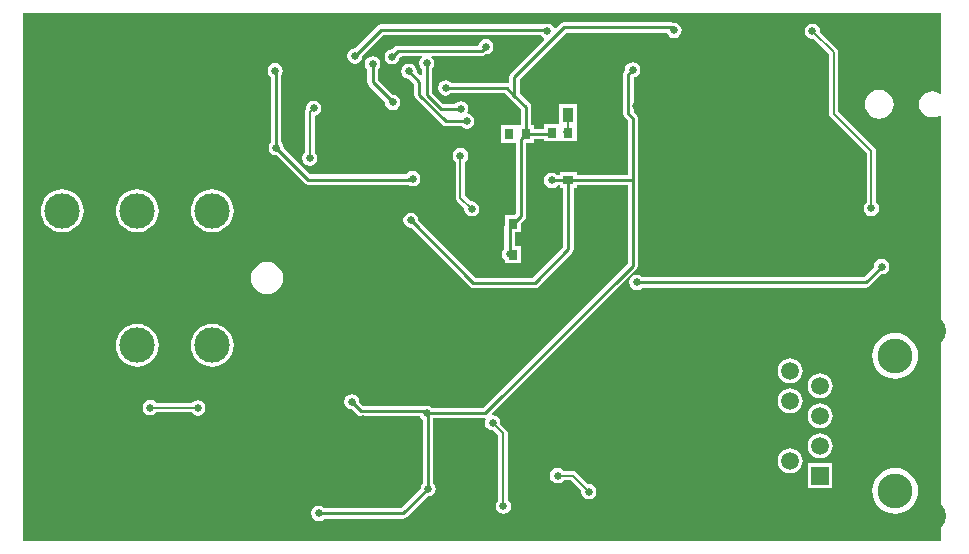
<source format=gbl>
%FSLAX23Y23*%
%MOIN*%
G70*
G01*
G75*
G04 Layer_Physical_Order=2*
G04 Layer_Color=16711680*
%ADD10R,0.155X0.125*%
%ADD11R,0.033X0.031*%
%ADD12R,0.031X0.033*%
%ADD13R,0.043X0.055*%
%ADD14R,0.035X0.049*%
%ADD15R,0.049X0.035*%
%ADD16R,0.031X0.118*%
%ADD17R,0.118X0.031*%
%ADD18R,0.071X0.094*%
%ADD19R,0.125X0.050*%
%ADD20R,0.079X0.024*%
%ADD21R,0.094X0.110*%
%ADD22R,0.024X0.033*%
%ADD23R,0.083X0.130*%
%ADD24R,0.083X0.035*%
%ADD25R,0.120X0.050*%
%ADD26R,0.041X0.010*%
%ADD27R,0.081X0.024*%
%ADD28R,0.055X0.043*%
%ADD29R,0.033X0.024*%
%ADD30C,0.007*%
%ADD31C,0.010*%
%ADD32C,0.020*%
%ADD33C,0.050*%
%ADD34C,0.030*%
%ADD35C,0.118*%
%ADD36C,0.116*%
%ADD37C,0.059*%
%ADD38R,0.059X0.059*%
%ADD39C,0.100*%
%ADD40C,0.026*%
G36*
X3100Y-367D02*
X3096Y-370D01*
X3093Y-368D01*
X3082Y-363D01*
X3071Y-362D01*
X3060Y-363D01*
X3049Y-368D01*
X3040Y-374D01*
X3033Y-384D01*
X3028Y-394D01*
X3027Y-406D01*
X3028Y-417D01*
X3033Y-427D01*
X3040Y-437D01*
X3049Y-444D01*
X3060Y-448D01*
X3071Y-449D01*
X3082Y-448D01*
X3093Y-444D01*
X3096Y-441D01*
X3100Y-444D01*
Y-1860D01*
X40D01*
Y-100D01*
X3100D01*
Y-367D01*
D02*
G37*
%LPC*%
G36*
X2597Y-1252D02*
X2586Y-1253D01*
X2576Y-1257D01*
X2567Y-1264D01*
X2560Y-1273D01*
X2556Y-1283D01*
X2555Y-1294D01*
X2556Y-1304D01*
X2560Y-1314D01*
X2567Y-1323D01*
X2576Y-1330D01*
X2586Y-1334D01*
X2597Y-1335D01*
X2607Y-1334D01*
X2618Y-1330D01*
X2626Y-1323D01*
X2633Y-1314D01*
X2637Y-1304D01*
X2639Y-1294D01*
X2637Y-1283D01*
X2633Y-1273D01*
X2626Y-1264D01*
X2618Y-1257D01*
X2607Y-1253D01*
X2597Y-1252D01*
D02*
G37*
G36*
Y-1352D02*
X2586Y-1353D01*
X2576Y-1357D01*
X2567Y-1364D01*
X2560Y-1373D01*
X2556Y-1383D01*
X2555Y-1394D01*
X2556Y-1404D01*
X2560Y-1414D01*
X2567Y-1423D01*
X2576Y-1430D01*
X2586Y-1434D01*
X2597Y-1435D01*
X2607Y-1434D01*
X2618Y-1430D01*
X2626Y-1423D01*
X2633Y-1414D01*
X2637Y-1404D01*
X2639Y-1394D01*
X2637Y-1383D01*
X2633Y-1373D01*
X2626Y-1364D01*
X2618Y-1357D01*
X2607Y-1353D01*
X2597Y-1352D01*
D02*
G37*
G36*
X2697Y-1302D02*
X2686Y-1303D01*
X2676Y-1307D01*
X2667Y-1314D01*
X2660Y-1323D01*
X2656Y-1333D01*
X2655Y-1344D01*
X2656Y-1354D01*
X2660Y-1364D01*
X2667Y-1373D01*
X2676Y-1380D01*
X2686Y-1384D01*
X2697Y-1385D01*
X2707Y-1384D01*
X2718Y-1380D01*
X2726Y-1373D01*
X2733Y-1364D01*
X2737Y-1354D01*
X2739Y-1344D01*
X2737Y-1333D01*
X2733Y-1323D01*
X2726Y-1314D01*
X2718Y-1307D01*
X2707Y-1303D01*
X2697Y-1302D01*
D02*
G37*
G36*
X671Y-1137D02*
X657Y-1139D01*
X643Y-1143D01*
X631Y-1149D01*
X620Y-1158D01*
X611Y-1169D01*
X605Y-1181D01*
X601Y-1195D01*
X599Y-1209D01*
X601Y-1223D01*
X605Y-1236D01*
X611Y-1248D01*
X620Y-1259D01*
X631Y-1268D01*
X643Y-1275D01*
X657Y-1279D01*
X671Y-1280D01*
X685Y-1279D01*
X698Y-1275D01*
X710Y-1268D01*
X721Y-1259D01*
X730Y-1248D01*
X737Y-1236D01*
X741Y-1223D01*
X742Y-1209D01*
X741Y-1195D01*
X737Y-1181D01*
X730Y-1169D01*
X721Y-1158D01*
X710Y-1149D01*
X698Y-1143D01*
X685Y-1139D01*
X671Y-1137D01*
D02*
G37*
G36*
X421D02*
X407Y-1139D01*
X393Y-1143D01*
X381Y-1149D01*
X370Y-1158D01*
X361Y-1169D01*
X355Y-1181D01*
X351Y-1195D01*
X349Y-1209D01*
X351Y-1223D01*
X355Y-1236D01*
X361Y-1248D01*
X370Y-1259D01*
X381Y-1268D01*
X393Y-1275D01*
X407Y-1279D01*
X421Y-1280D01*
X435Y-1279D01*
X448Y-1275D01*
X460Y-1268D01*
X471Y-1259D01*
X480Y-1248D01*
X487Y-1236D01*
X491Y-1223D01*
X492Y-1209D01*
X491Y-1195D01*
X487Y-1181D01*
X480Y-1169D01*
X471Y-1158D01*
X460Y-1149D01*
X448Y-1143D01*
X435Y-1139D01*
X421Y-1137D01*
D02*
G37*
G36*
X2947Y-1167D02*
X2932Y-1169D01*
X2917Y-1173D01*
X2904Y-1180D01*
X2893Y-1190D01*
X2883Y-1201D01*
X2876Y-1214D01*
X2872Y-1229D01*
X2870Y-1244D01*
X2872Y-1258D01*
X2876Y-1273D01*
X2883Y-1286D01*
X2893Y-1297D01*
X2904Y-1307D01*
X2917Y-1314D01*
X2932Y-1318D01*
X2947Y-1320D01*
X2962Y-1318D01*
X2976Y-1314D01*
X2989Y-1307D01*
X3001Y-1297D01*
X3010Y-1286D01*
X3017Y-1273D01*
X3022Y-1258D01*
X3023Y-1244D01*
X3022Y-1229D01*
X3017Y-1214D01*
X3010Y-1201D01*
X3001Y-1190D01*
X2989Y-1180D01*
X2976Y-1173D01*
X2962Y-1169D01*
X2947Y-1167D01*
D02*
G37*
G36*
X464Y-1391D02*
X454Y-1392D01*
X446Y-1398D01*
X440Y-1406D01*
X439Y-1416D01*
X440Y-1426D01*
X446Y-1434D01*
X454Y-1440D01*
X464Y-1441D01*
X474Y-1440D01*
X482Y-1434D01*
X484Y-1432D01*
X602D01*
X604Y-1435D01*
X612Y-1441D01*
X622Y-1443D01*
X632Y-1441D01*
X640Y-1435D01*
X646Y-1427D01*
X648Y-1417D01*
X646Y-1408D01*
X640Y-1399D01*
X632Y-1394D01*
X622Y-1392D01*
X612Y-1394D01*
X604Y-1399D01*
X603Y-1400D01*
X484D01*
X482Y-1398D01*
X474Y-1392D01*
X464Y-1391D01*
D02*
G37*
G36*
X2738Y-1602D02*
X2655D01*
Y-1685D01*
X2738D01*
Y-1602D01*
D02*
G37*
G36*
X1822Y-1618D02*
X1812Y-1619D01*
X1804Y-1625D01*
X1798Y-1633D01*
X1797Y-1643D01*
X1798Y-1653D01*
X1804Y-1661D01*
X1812Y-1667D01*
X1822Y-1668D01*
X1832Y-1667D01*
X1840Y-1661D01*
X1842Y-1659D01*
X1866D01*
X1901Y-1693D01*
X1901Y-1696D01*
X1902Y-1706D01*
X1908Y-1714D01*
X1916Y-1720D01*
X1926Y-1721D01*
X1936Y-1720D01*
X1944Y-1714D01*
X1950Y-1706D01*
X1951Y-1696D01*
X1950Y-1686D01*
X1944Y-1678D01*
X1936Y-1672D01*
X1926Y-1671D01*
X1923Y-1671D01*
X1884Y-1632D01*
X1879Y-1628D01*
X1873Y-1627D01*
X1842D01*
X1840Y-1625D01*
X1832Y-1619D01*
X1822Y-1618D01*
D02*
G37*
G36*
X2947Y-1617D02*
X2932Y-1619D01*
X2917Y-1623D01*
X2904Y-1630D01*
X2893Y-1640D01*
X2883Y-1651D01*
X2876Y-1664D01*
X2872Y-1679D01*
X2870Y-1694D01*
X2872Y-1708D01*
X2876Y-1723D01*
X2883Y-1736D01*
X2893Y-1747D01*
X2904Y-1757D01*
X2917Y-1764D01*
X2932Y-1768D01*
X2947Y-1770D01*
X2962Y-1768D01*
X2976Y-1764D01*
X2989Y-1757D01*
X3001Y-1747D01*
X3010Y-1736D01*
X3017Y-1723D01*
X3022Y-1708D01*
X3023Y-1694D01*
X3022Y-1679D01*
X3017Y-1664D01*
X3010Y-1651D01*
X3001Y-1640D01*
X2989Y-1630D01*
X2976Y-1623D01*
X2962Y-1619D01*
X2947Y-1617D01*
D02*
G37*
G36*
X2697Y-1402D02*
X2686Y-1403D01*
X2676Y-1407D01*
X2667Y-1414D01*
X2660Y-1423D01*
X2656Y-1433D01*
X2655Y-1444D01*
X2656Y-1454D01*
X2660Y-1464D01*
X2667Y-1473D01*
X2676Y-1480D01*
X2686Y-1484D01*
X2697Y-1485D01*
X2707Y-1484D01*
X2718Y-1480D01*
X2726Y-1473D01*
X2733Y-1464D01*
X2737Y-1454D01*
X2739Y-1444D01*
X2737Y-1433D01*
X2733Y-1423D01*
X2726Y-1414D01*
X2718Y-1407D01*
X2707Y-1403D01*
X2697Y-1402D01*
D02*
G37*
G36*
Y-1502D02*
X2686Y-1503D01*
X2676Y-1507D01*
X2667Y-1514D01*
X2660Y-1523D01*
X2656Y-1533D01*
X2655Y-1544D01*
X2656Y-1554D01*
X2660Y-1564D01*
X2667Y-1573D01*
X2676Y-1580D01*
X2686Y-1584D01*
X2697Y-1585D01*
X2707Y-1584D01*
X2718Y-1580D01*
X2726Y-1573D01*
X2733Y-1564D01*
X2737Y-1554D01*
X2739Y-1544D01*
X2737Y-1533D01*
X2733Y-1523D01*
X2726Y-1514D01*
X2718Y-1507D01*
X2707Y-1503D01*
X2697Y-1502D01*
D02*
G37*
G36*
X2597Y-1552D02*
X2586Y-1553D01*
X2576Y-1557D01*
X2567Y-1564D01*
X2560Y-1573D01*
X2556Y-1583D01*
X2555Y-1594D01*
X2556Y-1604D01*
X2560Y-1614D01*
X2567Y-1623D01*
X2576Y-1630D01*
X2586Y-1634D01*
X2597Y-1635D01*
X2607Y-1634D01*
X2618Y-1630D01*
X2626Y-1623D01*
X2633Y-1614D01*
X2637Y-1604D01*
X2639Y-1594D01*
X2637Y-1583D01*
X2633Y-1573D01*
X2626Y-1564D01*
X2618Y-1557D01*
X2607Y-1553D01*
X2597Y-1552D01*
D02*
G37*
G36*
X853Y-930D02*
X839Y-932D01*
X826Y-938D01*
X815Y-946D01*
X806Y-957D01*
X801Y-970D01*
X799Y-984D01*
X801Y-998D01*
X806Y-1011D01*
X815Y-1022D01*
X826Y-1031D01*
X839Y-1036D01*
X853Y-1038D01*
X867Y-1036D01*
X880Y-1031D01*
X891Y-1022D01*
X900Y-1011D01*
X905Y-998D01*
X907Y-984D01*
X905Y-970D01*
X900Y-957D01*
X891Y-946D01*
X880Y-938D01*
X867Y-932D01*
X853Y-930D01*
D02*
G37*
G36*
X2894Y-358D02*
X2881Y-359D01*
X2870Y-364D01*
X2860Y-372D01*
X2852Y-382D01*
X2847Y-393D01*
X2846Y-406D01*
X2847Y-418D01*
X2852Y-429D01*
X2860Y-439D01*
X2870Y-447D01*
X2881Y-452D01*
X2894Y-453D01*
X2906Y-452D01*
X2918Y-447D01*
X2928Y-439D01*
X2935Y-429D01*
X2940Y-418D01*
X2942Y-406D01*
X2940Y-393D01*
X2935Y-382D01*
X2928Y-372D01*
X2918Y-364D01*
X2906Y-359D01*
X2894Y-358D01*
D02*
G37*
G36*
X1009Y-393D02*
X999Y-394D01*
X991Y-400D01*
X985Y-408D01*
X984Y-418D01*
X984Y-421D01*
X981Y-425D01*
X980Y-431D01*
Y-565D01*
X978Y-567D01*
X972Y-575D01*
X971Y-585D01*
X972Y-595D01*
X978Y-603D01*
X986Y-609D01*
X996Y-610D01*
X1006Y-609D01*
X1014Y-603D01*
X1020Y-595D01*
X1021Y-585D01*
X1020Y-575D01*
X1014Y-567D01*
X1012Y-565D01*
Y-443D01*
X1019Y-442D01*
X1027Y-436D01*
X1033Y-428D01*
X1034Y-418D01*
X1033Y-408D01*
X1027Y-400D01*
X1019Y-394D01*
X1009Y-393D01*
D02*
G37*
G36*
X2072Y-265D02*
X2062Y-266D01*
X2054Y-272D01*
X2048Y-280D01*
X2047Y-290D01*
X2047Y-291D01*
X2046Y-292D01*
X2042Y-297D01*
X2041Y-304D01*
Y-437D01*
X2042Y-444D01*
X2046Y-449D01*
X2055Y-458D01*
Y-640D01*
X1887D01*
Y-630D01*
X1830D01*
Y-640D01*
X1819D01*
X1812Y-635D01*
X1802Y-634D01*
X1792Y-635D01*
X1784Y-641D01*
X1778Y-649D01*
X1777Y-659D01*
X1778Y-669D01*
X1784Y-677D01*
X1792Y-683D01*
X1802Y-684D01*
X1812Y-683D01*
X1820Y-677D01*
X1822Y-675D01*
X1830D01*
Y-685D01*
X1841D01*
Y-882D01*
X1740Y-983D01*
X1549D01*
X1358Y-792D01*
X1358Y-791D01*
X1356Y-782D01*
X1351Y-773D01*
X1342Y-768D01*
X1333Y-766D01*
X1323Y-768D01*
X1315Y-773D01*
X1309Y-782D01*
X1307Y-791D01*
X1309Y-801D01*
X1315Y-809D01*
X1323Y-815D01*
X1333Y-817D01*
X1333Y-817D01*
X1529Y-1012D01*
X1529D01*
X1529Y-1012D01*
X1529Y-1012D01*
Y-1012D01*
X1535Y-1016D01*
X1541Y-1017D01*
X1747D01*
X1754Y-1016D01*
X1759Y-1012D01*
X1871Y-901D01*
X1871Y-901D01*
X1871Y-901D01*
X1874Y-895D01*
X1876Y-889D01*
Y-685D01*
X1887D01*
Y-675D01*
X2055D01*
Y-936D01*
X1573Y-1418D01*
X1403D01*
X1403Y-1417D01*
X1395Y-1411D01*
X1385Y-1410D01*
X1379Y-1411D01*
X1378Y-1411D01*
X1174D01*
X1161Y-1397D01*
X1161Y-1397D01*
X1159Y-1387D01*
X1154Y-1379D01*
X1146Y-1373D01*
X1136Y-1371D01*
X1126Y-1373D01*
X1118Y-1379D01*
X1112Y-1387D01*
X1110Y-1397D01*
X1112Y-1406D01*
X1118Y-1415D01*
X1126Y-1420D01*
X1136Y-1422D01*
X1137Y-1422D01*
X1155Y-1440D01*
X1155Y-1440D01*
X1161Y-1444D01*
X1167Y-1445D01*
X1362D01*
X1367Y-1453D01*
X1373Y-1457D01*
Y-1668D01*
X1372Y-1668D01*
X1366Y-1676D01*
X1365Y-1686D01*
X1365Y-1687D01*
X1300Y-1752D01*
X1044D01*
X1044Y-1751D01*
X1036Y-1745D01*
X1026Y-1744D01*
X1016Y-1745D01*
X1008Y-1751D01*
X1002Y-1759D01*
X1001Y-1769D01*
X1002Y-1779D01*
X1008Y-1787D01*
X1016Y-1793D01*
X1026Y-1794D01*
X1036Y-1793D01*
X1044Y-1787D01*
X1044Y-1786D01*
X1307D01*
X1314Y-1785D01*
X1319Y-1781D01*
X1319Y-1781D01*
X1319Y-1781D01*
X1389Y-1711D01*
X1390Y-1711D01*
X1400Y-1710D01*
X1408Y-1704D01*
X1414Y-1696D01*
X1415Y-1686D01*
X1414Y-1676D01*
X1408Y-1668D01*
X1407Y-1668D01*
Y-1452D01*
X1579D01*
X1582Y-1457D01*
X1581Y-1457D01*
X1580Y-1467D01*
X1581Y-1477D01*
X1587Y-1485D01*
X1595Y-1491D01*
X1605Y-1492D01*
X1608Y-1492D01*
X1624Y-1509D01*
Y-1727D01*
X1623Y-1727D01*
X1618Y-1736D01*
X1616Y-1745D01*
X1618Y-1755D01*
X1623Y-1763D01*
X1632Y-1769D01*
X1641Y-1771D01*
X1651Y-1769D01*
X1659Y-1763D01*
X1665Y-1755D01*
X1667Y-1745D01*
X1665Y-1736D01*
X1659Y-1727D01*
X1656Y-1725D01*
Y-1502D01*
X1655Y-1496D01*
X1651Y-1491D01*
X1630Y-1470D01*
X1630Y-1467D01*
X1629Y-1457D01*
X1623Y-1449D01*
X1615Y-1443D01*
X1605Y-1442D01*
X1605Y-1442D01*
X1602Y-1437D01*
X2084Y-955D01*
X2088Y-950D01*
X2089Y-943D01*
X2089Y-943D01*
X2089Y-943D01*
Y-943D01*
Y-451D01*
X2088Y-444D01*
X2084Y-439D01*
X2075Y-430D01*
Y-315D01*
X2082Y-314D01*
X2090Y-308D01*
X2096Y-300D01*
X2097Y-290D01*
X2096Y-280D01*
X2090Y-272D01*
X2082Y-266D01*
X2072Y-265D01*
D02*
G37*
G36*
X2200Y-132D02*
X1843D01*
X1836Y-133D01*
X1831Y-137D01*
X1816Y-152D01*
X1811Y-151D01*
X1806Y-144D01*
X1798Y-138D01*
X1788Y-137D01*
X1778Y-138D01*
X1778Y-139D01*
X1233D01*
X1233Y-139D01*
X1227Y-140D01*
X1221Y-144D01*
X1146Y-219D01*
X1145Y-219D01*
X1136Y-221D01*
X1127Y-226D01*
X1122Y-234D01*
X1120Y-244D01*
X1122Y-254D01*
X1127Y-262D01*
X1136Y-268D01*
X1145Y-270D01*
X1155Y-268D01*
X1163Y-262D01*
X1169Y-254D01*
X1171Y-244D01*
X1171Y-243D01*
X1241Y-173D01*
X1766D01*
X1770Y-180D01*
X1777Y-185D01*
X1778Y-190D01*
X1666Y-302D01*
X1662Y-307D01*
X1661Y-314D01*
Y-331D01*
X1657Y-334D01*
X1652Y-333D01*
X1467D01*
X1467Y-332D01*
X1458Y-327D01*
X1449Y-325D01*
X1439Y-327D01*
X1431Y-332D01*
X1425Y-341D01*
X1423Y-350D01*
X1425Y-360D01*
X1431Y-368D01*
X1439Y-374D01*
X1449Y-376D01*
X1458Y-374D01*
X1467Y-368D01*
X1467Y-368D01*
X1645D01*
X1666Y-388D01*
X1699Y-422D01*
Y-475D01*
X1634D01*
Y-533D01*
X1683D01*
Y-769D01*
X1677Y-774D01*
X1645D01*
Y-809D01*
X1644Y-815D01*
Y-885D01*
X1644Y-886D01*
X1638Y-894D01*
X1636Y-904D01*
X1638Y-913D01*
X1644Y-922D01*
X1645Y-923D01*
Y-934D01*
X1701D01*
Y-877D01*
X1679D01*
Y-832D01*
X1701D01*
Y-800D01*
X1712Y-789D01*
X1716Y-783D01*
X1717Y-776D01*
X1717Y-776D01*
Y-533D01*
X1744D01*
Y-521D01*
X1775D01*
Y-529D01*
X1886D01*
Y-478D01*
Y-404D01*
X1827D01*
Y-471D01*
X1775D01*
Y-487D01*
X1744D01*
Y-475D01*
X1734D01*
Y-415D01*
X1733Y-408D01*
X1729Y-402D01*
X1695Y-369D01*
Y-321D01*
X1850Y-166D01*
X2186D01*
X2186Y-169D01*
X2192Y-177D01*
X2200Y-183D01*
X2210Y-184D01*
X2220Y-183D01*
X2228Y-177D01*
X2234Y-169D01*
X2235Y-159D01*
X2234Y-149D01*
X2228Y-141D01*
X2220Y-135D01*
X2210Y-134D01*
X2208Y-134D01*
X2207Y-133D01*
X2200Y-132D01*
D02*
G37*
G36*
X1583Y-188D02*
X1573Y-189D01*
X1565Y-195D01*
X1559Y-203D01*
X1558Y-210D01*
X1290D01*
X1283Y-211D01*
X1278Y-215D01*
X1271Y-222D01*
X1270Y-222D01*
X1260Y-223D01*
X1252Y-229D01*
X1246Y-237D01*
X1245Y-247D01*
X1246Y-257D01*
X1252Y-265D01*
X1260Y-271D01*
X1270Y-272D01*
X1280Y-271D01*
X1288Y-265D01*
X1294Y-257D01*
X1295Y-247D01*
X1309Y-244D01*
X1369D01*
X1371Y-249D01*
X1368Y-251D01*
X1362Y-259D01*
X1361Y-269D01*
X1362Y-279D01*
X1368Y-287D01*
X1369Y-287D01*
Y-306D01*
X1364Y-308D01*
X1352Y-296D01*
X1352Y-295D01*
X1350Y-286D01*
X1345Y-277D01*
X1336Y-272D01*
X1326Y-270D01*
X1317Y-272D01*
X1308Y-277D01*
X1303Y-286D01*
X1301Y-295D01*
X1303Y-305D01*
X1308Y-313D01*
X1317Y-319D01*
X1326Y-321D01*
X1327Y-321D01*
X1344Y-337D01*
Y-373D01*
X1345Y-380D01*
X1349Y-385D01*
X1349Y-385D01*
X1349Y-385D01*
X1437Y-473D01*
X1442Y-477D01*
X1449Y-478D01*
X1449Y-478D01*
X1501D01*
X1501Y-479D01*
X1509Y-485D01*
X1519Y-486D01*
X1529Y-485D01*
X1537Y-479D01*
X1543Y-471D01*
X1544Y-461D01*
X1543Y-451D01*
X1537Y-443D01*
X1529Y-437D01*
X1523Y-436D01*
X1521Y-432D01*
X1523Y-430D01*
X1524Y-420D01*
X1523Y-410D01*
X1517Y-402D01*
X1509Y-396D01*
X1499Y-395D01*
X1489Y-396D01*
X1481Y-402D01*
X1481Y-403D01*
X1439D01*
X1403Y-367D01*
Y-287D01*
X1404Y-287D01*
X1410Y-279D01*
X1411Y-269D01*
X1410Y-259D01*
X1404Y-251D01*
X1401Y-249D01*
X1403Y-244D01*
X1569D01*
X1576Y-243D01*
X1581Y-239D01*
X1581Y-239D01*
X1581Y-239D01*
X1582Y-238D01*
X1583Y-238D01*
X1593Y-237D01*
X1601Y-231D01*
X1607Y-223D01*
X1608Y-213D01*
X1607Y-203D01*
X1601Y-195D01*
X1593Y-189D01*
X1583Y-188D01*
D02*
G37*
G36*
X1205Y-245D02*
X1195Y-246D01*
X1187Y-252D01*
X1181Y-260D01*
X1180Y-270D01*
X1181Y-280D01*
X1187Y-288D01*
X1188Y-288D01*
Y-332D01*
X1189Y-339D01*
X1193Y-344D01*
X1193Y-344D01*
X1193Y-344D01*
X1247Y-398D01*
X1247Y-399D01*
X1248Y-409D01*
X1254Y-417D01*
X1262Y-423D01*
X1272Y-424D01*
X1282Y-423D01*
X1290Y-417D01*
X1296Y-409D01*
X1297Y-399D01*
X1296Y-389D01*
X1290Y-381D01*
X1282Y-375D01*
X1272Y-374D01*
X1271Y-374D01*
X1222Y-325D01*
Y-288D01*
X1223Y-288D01*
X1229Y-280D01*
X1230Y-270D01*
X1229Y-260D01*
X1223Y-252D01*
X1215Y-246D01*
X1205Y-245D01*
D02*
G37*
G36*
X880Y-268D02*
X870Y-269D01*
X862Y-275D01*
X856Y-283D01*
X855Y-293D01*
X856Y-303D01*
X862Y-311D01*
X867Y-314D01*
Y-532D01*
X866Y-532D01*
X860Y-540D01*
X859Y-550D01*
X860Y-560D01*
X866Y-568D01*
X874Y-574D01*
X884Y-575D01*
X885Y-575D01*
X978Y-668D01*
X978D01*
X978Y-668D01*
X978D01*
X978Y-668D01*
Y-668D01*
X978Y-668D01*
Y-668D01*
X983Y-672D01*
X990Y-673D01*
X1324D01*
X1324Y-673D01*
X1329Y-677D01*
X1339Y-678D01*
X1349Y-677D01*
X1357Y-671D01*
X1363Y-663D01*
X1364Y-653D01*
X1363Y-643D01*
X1357Y-635D01*
X1349Y-629D01*
X1339Y-628D01*
X1329Y-629D01*
X1321Y-635D01*
X1319Y-638D01*
X1318Y-639D01*
X997D01*
X909Y-551D01*
X909Y-550D01*
X908Y-540D01*
X902Y-532D01*
X901Y-532D01*
Y-306D01*
X904Y-303D01*
X905Y-293D01*
X904Y-283D01*
X898Y-275D01*
X890Y-269D01*
X880Y-268D01*
D02*
G37*
G36*
X421Y-688D02*
X407Y-690D01*
X393Y-694D01*
X381Y-700D01*
X370Y-709D01*
X361Y-720D01*
X355Y-733D01*
X351Y-746D01*
X349Y-760D01*
X351Y-774D01*
X355Y-787D01*
X361Y-800D01*
X370Y-810D01*
X381Y-819D01*
X393Y-826D01*
X407Y-830D01*
X421Y-831D01*
X435Y-830D01*
X448Y-826D01*
X460Y-819D01*
X471Y-810D01*
X480Y-800D01*
X487Y-787D01*
X491Y-774D01*
X492Y-760D01*
X491Y-746D01*
X487Y-733D01*
X480Y-720D01*
X471Y-709D01*
X460Y-700D01*
X448Y-694D01*
X435Y-690D01*
X421Y-688D01*
D02*
G37*
G36*
X171D02*
X157Y-690D01*
X143Y-694D01*
X131Y-700D01*
X120Y-709D01*
X111Y-720D01*
X105Y-733D01*
X101Y-746D01*
X99Y-760D01*
X101Y-774D01*
X105Y-787D01*
X111Y-800D01*
X120Y-810D01*
X131Y-819D01*
X143Y-826D01*
X157Y-830D01*
X171Y-831D01*
X185Y-830D01*
X198Y-826D01*
X210Y-819D01*
X221Y-810D01*
X230Y-800D01*
X237Y-787D01*
X241Y-774D01*
X242Y-760D01*
X241Y-746D01*
X237Y-733D01*
X230Y-720D01*
X221Y-709D01*
X210Y-700D01*
X198Y-694D01*
X185Y-690D01*
X171Y-688D01*
D02*
G37*
G36*
X2902Y-921D02*
X2892Y-922D01*
X2884Y-928D01*
X2878Y-936D01*
X2877Y-946D01*
X2877Y-947D01*
X2842Y-982D01*
X2104D01*
X2104Y-981D01*
X2096Y-975D01*
X2086Y-974D01*
X2076Y-975D01*
X2068Y-981D01*
X2062Y-989D01*
X2061Y-999D01*
X2062Y-1009D01*
X2068Y-1017D01*
X2076Y-1023D01*
X2086Y-1024D01*
X2096Y-1023D01*
X2104Y-1017D01*
X2104Y-1016D01*
X2849D01*
X2856Y-1015D01*
X2861Y-1011D01*
X2861Y-1011D01*
X2861Y-1011D01*
X2901Y-971D01*
X2902Y-971D01*
X2912Y-970D01*
X2920Y-964D01*
X2926Y-956D01*
X2927Y-946D01*
X2926Y-936D01*
X2920Y-928D01*
X2912Y-922D01*
X2902Y-921D01*
D02*
G37*
G36*
X2671Y-136D02*
X2661Y-137D01*
X2653Y-143D01*
X2647Y-151D01*
X2646Y-161D01*
X2647Y-171D01*
X2653Y-179D01*
X2661Y-185D01*
X2671Y-186D01*
X2674Y-186D01*
X2726Y-239D01*
Y-436D01*
X2727Y-442D01*
X2731Y-447D01*
X2852Y-569D01*
Y-732D01*
X2850Y-734D01*
X2844Y-742D01*
X2843Y-752D01*
X2844Y-762D01*
X2850Y-770D01*
X2858Y-776D01*
X2868Y-777D01*
X2878Y-776D01*
X2886Y-770D01*
X2892Y-762D01*
X2893Y-752D01*
X2892Y-742D01*
X2886Y-734D01*
X2884Y-732D01*
Y-562D01*
X2883Y-556D01*
X2879Y-551D01*
X2758Y-429D01*
Y-232D01*
X2757Y-226D01*
X2753Y-221D01*
X2696Y-164D01*
X2696Y-161D01*
X2695Y-151D01*
X2689Y-143D01*
X2681Y-137D01*
X2671Y-136D01*
D02*
G37*
G36*
X1498Y-551D02*
X1488Y-552D01*
X1480Y-558D01*
X1474Y-566D01*
X1473Y-576D01*
X1474Y-586D01*
X1480Y-594D01*
X1482Y-596D01*
Y-716D01*
X1482Y-716D01*
X1482D01*
X1483Y-722D01*
X1487Y-727D01*
X1511Y-751D01*
X1511Y-754D01*
X1512Y-764D01*
X1518Y-772D01*
X1526Y-778D01*
X1536Y-779D01*
X1546Y-778D01*
X1554Y-772D01*
X1560Y-764D01*
X1561Y-754D01*
X1560Y-744D01*
X1554Y-736D01*
X1546Y-730D01*
X1536Y-729D01*
X1533Y-729D01*
X1514Y-709D01*
Y-596D01*
X1516Y-594D01*
X1522Y-586D01*
X1523Y-576D01*
X1522Y-566D01*
X1516Y-558D01*
X1508Y-552D01*
X1498Y-551D01*
D02*
G37*
G36*
X671Y-688D02*
X657Y-690D01*
X643Y-694D01*
X631Y-700D01*
X620Y-709D01*
X611Y-720D01*
X605Y-733D01*
X601Y-746D01*
X599Y-760D01*
X601Y-774D01*
X605Y-787D01*
X611Y-800D01*
X620Y-810D01*
X631Y-819D01*
X643Y-826D01*
X657Y-830D01*
X671Y-831D01*
X685Y-830D01*
X698Y-826D01*
X710Y-819D01*
X721Y-810D01*
X730Y-800D01*
X737Y-787D01*
X741Y-774D01*
X742Y-760D01*
X741Y-746D01*
X737Y-733D01*
X730Y-720D01*
X721Y-709D01*
X710Y-700D01*
X698Y-694D01*
X685Y-690D01*
X671Y-688D01*
D02*
G37*
%LPD*%
D11*
X1858Y-602D02*
D03*
Y-657D02*
D03*
D12*
Y-500D02*
D03*
X1803D02*
D03*
X1728Y-906D02*
D03*
X1673D02*
D03*
X1728Y-803D02*
D03*
X1673D02*
D03*
X1661Y-504D02*
D03*
X1717D02*
D03*
D14*
X1789Y-441D02*
D03*
X1856D02*
D03*
D30*
X1760Y-412D02*
X1789Y-441D01*
X1760Y-412D02*
Y-409D01*
X1728Y-803D02*
X1731Y-806D01*
X1759D01*
X1728Y-906D02*
X1757D01*
X1758Y-905D01*
X2868Y-752D02*
Y-562D01*
X2742Y-436D02*
X2868Y-562D01*
X2742Y-436D02*
Y-232D01*
X2671Y-161D02*
X2742Y-232D01*
X1498Y-716D02*
X1536Y-754D01*
X1498Y-716D02*
Y-576D01*
X996Y-585D02*
Y-431D01*
X1009Y-418D01*
X1822Y-1643D02*
X1873D01*
X1926Y-1696D01*
X1605Y-1467D02*
X1640Y-1502D01*
Y-1744D02*
Y-1502D01*
Y-1744D02*
X1641Y-1745D01*
X621Y-1416D02*
X622Y-1417D01*
X464Y-1416D02*
X621D01*
X1856Y-498D02*
X1858Y-500D01*
X1856Y-498D02*
Y-441D01*
D31*
X2072Y-943D02*
Y-451D01*
X1858Y-657D02*
X2070D01*
X2058Y-437D02*
X2072Y-451D01*
X2058Y-437D02*
Y-304D01*
X2072Y-290D01*
X1717Y-504D02*
X1799D01*
X1803Y-500D01*
X1662Y-904D02*
X1664Y-906D01*
X1662Y-904D02*
Y-815D01*
X1700Y-776D02*
Y-520D01*
X1717Y-504D01*
X1662Y-815D02*
X1673Y-803D01*
X1700Y-776D01*
X1717Y-504D02*
Y-415D01*
X1449Y-350D02*
X1652D01*
X1678Y-376D01*
X1717Y-415D01*
X880Y-293D02*
X884Y-297D01*
Y-550D02*
Y-297D01*
Y-550D02*
X990Y-656D01*
X1324D01*
X1327Y-653D01*
X1339D01*
X1804Y-657D02*
X1858D01*
X1802Y-659D02*
X1804Y-657D01*
X1580Y-1435D02*
X2072Y-943D01*
X1385Y-1435D02*
X1580D01*
X1390Y-1686D02*
Y-1440D01*
X1385Y-1435D02*
X1390Y-1440D01*
X1026Y-1769D02*
X1307D01*
X1390Y-1686D01*
X1136Y-1397D02*
X1167Y-1428D01*
X1378D01*
X1385Y-1435D01*
X1858Y-889D02*
Y-657D01*
X2086Y-999D02*
X2849D01*
X2902Y-946D01*
X1569Y-227D02*
X1583Y-213D01*
X1290Y-227D02*
X1569D01*
X1270Y-247D02*
X1290Y-227D01*
X1205Y-332D02*
X1272Y-399D01*
X1205Y-332D02*
Y-270D01*
X1326Y-295D02*
X1361Y-330D01*
Y-373D02*
Y-330D01*
Y-373D02*
X1449Y-461D01*
X1519D01*
X1432Y-420D02*
X1499D01*
X1386Y-374D02*
X1432Y-420D01*
X1386Y-374D02*
Y-269D01*
X2200Y-149D02*
X2210Y-159D01*
X1843Y-149D02*
X2200D01*
X1678Y-376D02*
Y-314D01*
X1843Y-149D01*
X1145Y-244D02*
X1233Y-156D01*
X1782D01*
X1788Y-162D01*
X1333Y-791D02*
X1541Y-1000D01*
X1747D01*
X1858Y-889D01*
D35*
X671Y-1209D02*
D03*
X421D02*
D03*
X171D02*
D03*
Y-760D02*
D03*
X421D02*
D03*
X671D02*
D03*
D36*
X2947Y-1244D02*
D03*
Y-1694D02*
D03*
D37*
X2597Y-1294D02*
D03*
Y-1594D02*
D03*
X2697Y-1344D02*
D03*
X2597Y-1394D02*
D03*
Y-1494D02*
D03*
X2697Y-1444D02*
D03*
Y-1544D02*
D03*
D38*
Y-1644D02*
D03*
D39*
X3066Y-1776D02*
D03*
Y-1162D02*
D03*
D40*
X1322Y-617D02*
D03*
X2448Y-252D02*
D03*
X2616Y-261D02*
D03*
X3007Y-181D02*
D03*
X2346Y-250D02*
D03*
X2126Y-341D02*
D03*
X2041Y-191D02*
D03*
X2083Y-411D02*
D03*
X2035Y-466D02*
D03*
X2020Y-406D02*
D03*
X1857Y-602D02*
D03*
X2377Y-725D02*
D03*
X2984Y-847D02*
D03*
X2979Y-1042D02*
D03*
X2176Y-1650D02*
D03*
X1359Y-1481D02*
D03*
X1381Y-1374D02*
D03*
X1458Y-1558D02*
D03*
X1173Y-1453D02*
D03*
X999Y-1399D02*
D03*
X1168Y-1720D02*
D03*
X1050Y-1684D02*
D03*
X850Y-1716D02*
D03*
X768Y-1511D02*
D03*
X1481Y-1181D02*
D03*
X1473Y-856D02*
D03*
X1526Y-853D02*
D03*
X1292Y-891D02*
D03*
X1242Y-793D02*
D03*
X1136Y-821D02*
D03*
X1233Y-725D02*
D03*
X1261Y-475D02*
D03*
X1498Y-499D02*
D03*
X1321Y-531D02*
D03*
X1132Y-488D02*
D03*
X1201Y-484D02*
D03*
X1043Y-469D02*
D03*
X784Y-520D02*
D03*
X623Y-423D02*
D03*
X748Y-248D02*
D03*
X614Y-176D02*
D03*
X1073Y-226D02*
D03*
X1117Y-192D02*
D03*
X1485Y-188D02*
D03*
X2010Y-353D02*
D03*
X1760Y-409D02*
D03*
X1759Y-806D02*
D03*
X1758Y-905D02*
D03*
X1467Y-747D02*
D03*
X2868Y-752D02*
D03*
X2671Y-161D02*
D03*
X1673Y-803D02*
D03*
X1662Y-904D02*
D03*
X1449Y-350D02*
D03*
X2210Y-159D02*
D03*
X880Y-293D02*
D03*
X884Y-550D02*
D03*
X1339Y-653D02*
D03*
X2011Y-305D02*
D03*
X2072Y-290D02*
D03*
X1802Y-659D02*
D03*
X1385Y-1435D02*
D03*
X1390Y-1686D02*
D03*
X1026Y-1769D02*
D03*
X1136Y-1397D02*
D03*
X1333Y-791D02*
D03*
X2086Y-999D02*
D03*
X2902Y-946D02*
D03*
X1583Y-213D02*
D03*
X1270Y-247D02*
D03*
X1272Y-399D02*
D03*
X1205Y-270D02*
D03*
X1326Y-295D02*
D03*
X1519Y-461D02*
D03*
X1499Y-420D02*
D03*
X1386Y-269D02*
D03*
X1145Y-244D02*
D03*
X1788Y-162D02*
D03*
X1536Y-754D02*
D03*
X1498Y-576D02*
D03*
X996Y-585D02*
D03*
X1009Y-418D02*
D03*
X1822Y-1643D02*
D03*
X1926Y-1696D02*
D03*
X1605Y-1467D02*
D03*
X1641Y-1745D02*
D03*
X622Y-1417D02*
D03*
X464Y-1416D02*
D03*
X1853Y-498D02*
D03*
X1660Y-503D02*
D03*
M02*

</source>
